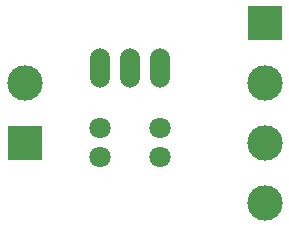
<source format=gtl>
G04 #@! TF.GenerationSoftware,KiCad,Pcbnew,(5.1.4)-1*
G04 #@! TF.CreationDate,2019-09-01T07:43:14-07:00*
G04 #@! TF.ProjectId,lm7805,6c6d3738-3035-42e6-9b69-6361645f7063,rev?*
G04 #@! TF.SameCoordinates,Original*
G04 #@! TF.FileFunction,Copper,L1,Top*
G04 #@! TF.FilePolarity,Positive*
%FSLAX46Y46*%
G04 Gerber Fmt 4.6, Leading zero omitted, Abs format (unit mm)*
G04 Created by KiCad (PCBNEW (5.1.4)-1) date 2019-09-01 07:43:14*
%MOMM*%
%LPD*%
G04 APERTURE LIST*
%ADD10C,1.800000*%
%ADD11R,3.000000X3.000000*%
%ADD12C,3.000000*%
%ADD13O,1.676400X3.352800*%
G04 APERTURE END LIST*
D10*
X55880000Y-57150000D03*
X55880000Y-59650000D03*
X60960000Y-59650000D03*
X60960000Y-57150000D03*
D11*
X49530000Y-58420000D03*
D12*
X49530000Y-53340000D03*
X69850000Y-53340000D03*
X69850000Y-58420000D03*
D11*
X69850000Y-48260000D03*
D12*
X69850000Y-63500000D03*
D13*
X55880000Y-52070000D03*
X58420000Y-52070000D03*
X60960000Y-52070000D03*
M02*

</source>
